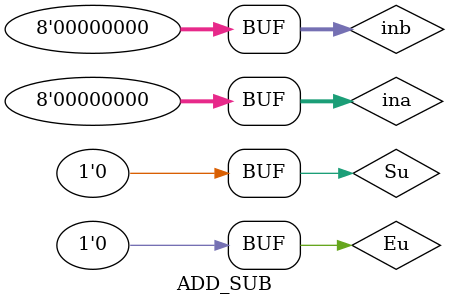
<source format=v>
`timescale 1ns / 1ps


module ADD_SUB;

	// Inputs
	reg Su;
	reg Eu;
	reg [7:0] ina;
	reg [7:0] inb;

	// Outputs
	wire [7:0] result;

	// Instantiate the Unit Under Test (UUT)
	ALU uut (
		.Su(Su), 
		.Eu(Eu), 
		.ina(ina), 
		.inb(inb), 
		.result(result)
	);

	initial begin
		// Initialize Inputs
		Su = 0;
		Eu = 0;
		ina = 0;
		inb = 0;

		// Wait 100 ns for global reset to finish
		#100;
        
		// Add stimulus here

	end
      
endmodule


</source>
